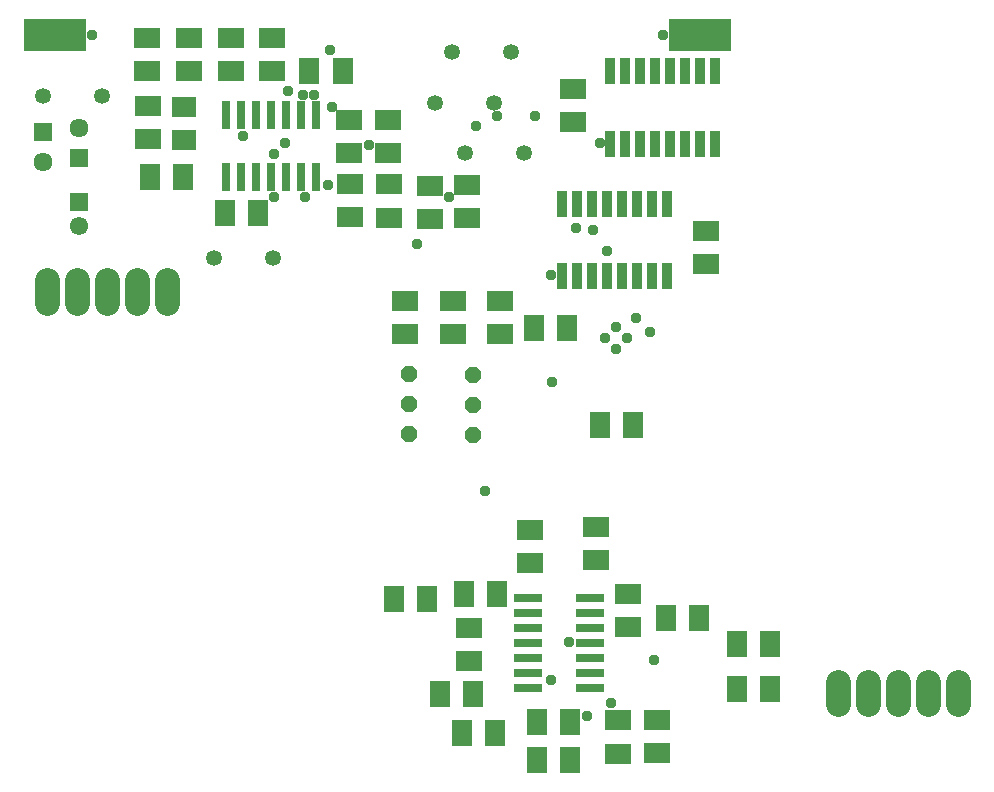
<source format=gbr>
G04 EAGLE Gerber X2 export*
%TF.Part,Single*%
%TF.FileFunction,Soldermask,Top,1*%
%TF.FilePolarity,Positive*%
%TF.GenerationSoftware,Autodesk,EAGLE,9.2.2*%
%TF.CreationDate,2019-03-16T21:24:14Z*%
G75*
%MOMM*%
%FSLAX34Y34*%
%LPD*%
%INSoldermask Top*%
%AMOC8*
5,1,8,0,0,1.08239X$1,22.5*%
G01*
%ADD10C,1.346200*%
%ADD11R,1.553200X1.553200*%
%ADD12C,1.553200*%
%ADD13R,2.003200X1.803200*%
%ADD14R,0.863600X2.235200*%
%ADD15R,0.803200X2.403200*%
%ADD16R,1.803200X2.203200*%
%ADD17R,2.203200X1.803200*%
%ADD18P,1.527469X8X292.500000*%
%ADD19R,2.403200X0.803200*%
%ADD20C,2.082800*%
%ADD21C,1.611200*%
%ADD22R,1.611200X1.611200*%
%ADD23R,5.283200X2.743200*%
%ADD24C,0.959600*%


D10*
X221887Y468437D03*
X171887Y468437D03*
D11*
X57395Y515723D03*
D12*
X57395Y495723D03*
D10*
X384099Y557010D03*
X434099Y557010D03*
X408805Y599770D03*
X358805Y599770D03*
X373162Y642869D03*
X423162Y642869D03*
D13*
X146017Y568112D03*
X146017Y596112D03*
D14*
X555501Y514458D03*
X555501Y452990D03*
X542801Y514458D03*
X530101Y514458D03*
X542801Y452990D03*
X530101Y452990D03*
X517401Y514458D03*
X517401Y452990D03*
X504701Y514458D03*
X504701Y452990D03*
X492001Y514458D03*
X479301Y514458D03*
X492001Y452990D03*
X479301Y452990D03*
X466601Y514458D03*
X466601Y452990D03*
X596177Y626312D03*
X596177Y564844D03*
X583477Y626312D03*
X570777Y626312D03*
X583477Y564844D03*
X570777Y564844D03*
X558077Y626312D03*
X558077Y564844D03*
X545377Y626312D03*
X545377Y564844D03*
X532677Y626312D03*
X519977Y626312D03*
X532677Y564844D03*
X519977Y564844D03*
X507277Y626312D03*
X507277Y564844D03*
D15*
X245743Y589132D03*
X245743Y537132D03*
X258443Y589132D03*
X233043Y589132D03*
X220343Y589132D03*
X258443Y537132D03*
X233043Y537132D03*
X220343Y537132D03*
X194943Y589132D03*
X194943Y537132D03*
X207643Y589132D03*
X182243Y589132D03*
X207643Y537132D03*
X182243Y537132D03*
D16*
X498520Y326961D03*
X526520Y326961D03*
D17*
X150363Y654662D03*
X150363Y626662D03*
X185802Y654662D03*
X185802Y626662D03*
X221241Y654662D03*
X221241Y626662D03*
X588083Y462984D03*
X588083Y490984D03*
X115962Y597061D03*
X115962Y569061D03*
X475433Y611165D03*
X475433Y583165D03*
X354428Y501446D03*
X354428Y529446D03*
X318659Y585508D03*
X318659Y557508D03*
X385618Y501930D03*
X385618Y529930D03*
X285999Y584900D03*
X285999Y556900D03*
D16*
X117376Y537194D03*
X145376Y537194D03*
D17*
X320206Y530599D03*
X320206Y502599D03*
X333213Y432097D03*
X333213Y404097D03*
X373745Y432097D03*
X373745Y404097D03*
X414277Y432097D03*
X414277Y404097D03*
D16*
X209339Y506608D03*
X181339Y506608D03*
X252580Y626559D03*
X280580Y626559D03*
D18*
X336546Y319400D03*
X336546Y344800D03*
X336546Y370200D03*
X391420Y318041D03*
X391420Y343441D03*
X391420Y368841D03*
D19*
X437683Y168091D03*
X489683Y168091D03*
X437683Y180791D03*
X437683Y155391D03*
X437683Y142691D03*
X489683Y180791D03*
X489683Y155391D03*
X489683Y142691D03*
X437683Y117291D03*
X489683Y117291D03*
X437683Y129991D03*
X437683Y104591D03*
X489683Y129991D03*
X489683Y104591D03*
D17*
X439424Y238310D03*
X439424Y210310D03*
D16*
X470326Y409311D03*
X442326Y409311D03*
X362791Y99135D03*
X390791Y99135D03*
X445048Y43189D03*
X473048Y43189D03*
D17*
X495232Y240481D03*
X495232Y212481D03*
D16*
X554336Y163229D03*
X582336Y163229D03*
D17*
X547217Y77266D03*
X547217Y49266D03*
X521926Y183937D03*
X521926Y155937D03*
X387583Y155475D03*
X387583Y127475D03*
D16*
X383363Y183890D03*
X411363Y183890D03*
D17*
X513718Y48743D03*
X513718Y76743D03*
D16*
X614451Y103014D03*
X642451Y103014D03*
X444910Y75138D03*
X472910Y75138D03*
X409620Y66040D03*
X381620Y66040D03*
X324263Y179802D03*
X352263Y179802D03*
X642300Y141245D03*
X614300Y141245D03*
D20*
X30000Y430602D02*
X30000Y449398D01*
X55400Y449398D02*
X55400Y430602D01*
X80800Y430602D02*
X80800Y449398D01*
X106200Y449398D02*
X106200Y430602D01*
X131600Y430602D02*
X131600Y449398D01*
D21*
X57124Y578046D03*
D22*
X57124Y552646D03*
D21*
X27276Y549871D03*
D22*
X27276Y575271D03*
D10*
X26641Y605575D03*
X76641Y605575D03*
D17*
X114923Y654662D03*
X114923Y626662D03*
X286623Y503255D03*
X286623Y531255D03*
D23*
X583000Y657000D03*
X37000Y657000D03*
D20*
X700000Y109398D02*
X700000Y90602D01*
X725400Y90602D02*
X725400Y109398D01*
X750800Y109398D02*
X750800Y90602D01*
X776200Y90602D02*
X776200Y109398D01*
X801600Y109398D02*
X801600Y90602D01*
D24*
X487680Y80772D03*
X457200Y111252D03*
X521208Y400812D03*
X512064Y391668D03*
X234696Y609600D03*
X269748Y644652D03*
X457200Y454152D03*
X68580Y656844D03*
X498348Y565404D03*
X472440Y143256D03*
X222504Y519684D03*
X551688Y656844D03*
X544068Y128016D03*
X507492Y91440D03*
X231648Y565404D03*
X222504Y556260D03*
X400812Y271272D03*
X268224Y530352D03*
X512064Y409956D03*
X502920Y400812D03*
X492252Y492252D03*
X457568Y363709D03*
X528828Y417576D03*
X541020Y405384D03*
X303276Y563880D03*
X343558Y480372D03*
X246888Y606552D03*
X504444Y473964D03*
X248412Y519684D03*
X196596Y571500D03*
X478536Y493776D03*
X370332Y519684D03*
X256032Y606552D03*
X411480Y588264D03*
X393210Y580315D03*
X443484Y588264D03*
X271272Y595884D03*
M02*

</source>
